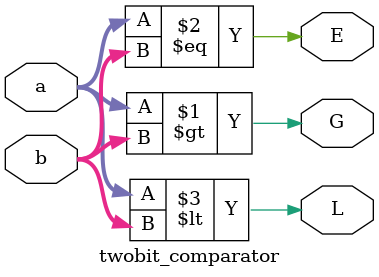
<source format=v>
`timescale 1ns / 1ps
module twobit_comparator(
    input [1:0] a,b,
    output G, E, L
    );
    
    assign G = (a > b);
    assign E = (a == b);
    assign L = (a < b);
endmodule

</source>
